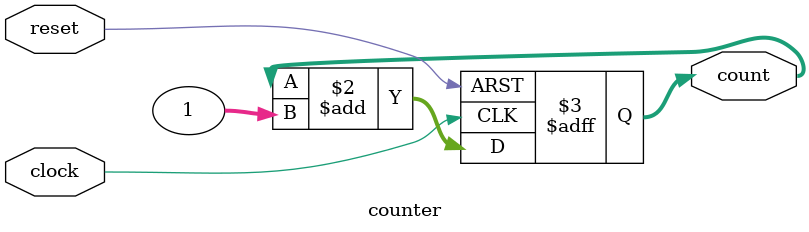
<source format=v>
/**
  A simple up-counter with synchronous reset.

  @param  Size   Number of bits used to represent the counter's value.
  @param  clock  Increments the counter's value upon each positive edge.
  @param  reset  Zeroes the counter's value when asserted.
  @param  count  The counter's value.
*/
module counter #(parameter Size = 32) (
  input                   clock,
  input                   reset,
  output reg [Size-1 : 0] count
);
  always @(posedge clock or posedge reset) begin
    if (reset)
      count <= 0;
    else
      count <= count + 1;
  end
endmodule

</source>
